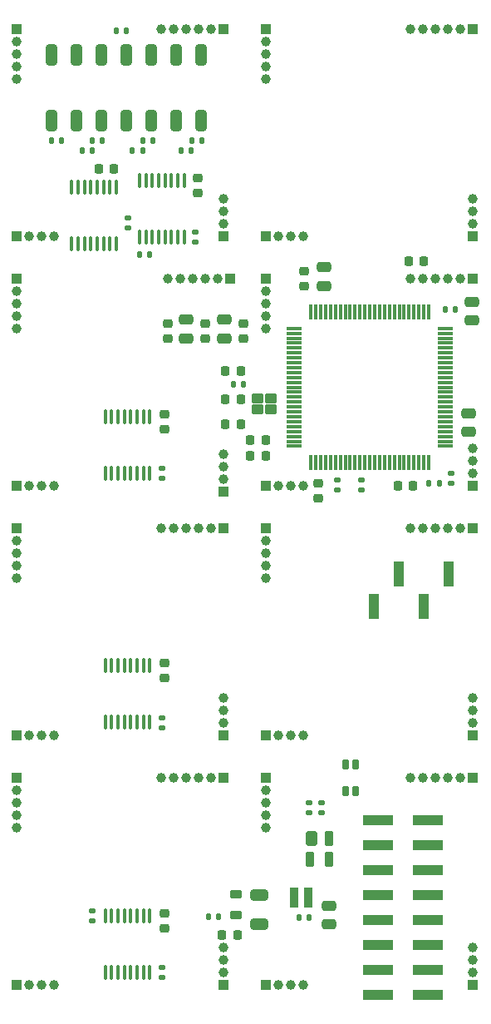
<source format=gbs>
%TF.GenerationSoftware,KiCad,Pcbnew,9.0.5-1.fc42*%
%TF.CreationDate,2025-12-02T14:18:45+01:00*%
%TF.ProjectId,Sub-Board,5375622d-426f-4617-9264-2e6b69636164,2*%
%TF.SameCoordinates,Original*%
%TF.FileFunction,Soldermask,Bot*%
%TF.FilePolarity,Negative*%
%FSLAX46Y46*%
G04 Gerber Fmt 4.6, Leading zero omitted, Abs format (unit mm)*
G04 Created by KiCad (PCBNEW 9.0.5-1.fc42) date 2025-12-02 14:18:45*
%MOMM*%
%LPD*%
G01*
G04 APERTURE LIST*
G04 Aperture macros list*
%AMRoundRect*
0 Rectangle with rounded corners*
0 $1 Rounding radius*
0 $2 $3 $4 $5 $6 $7 $8 $9 X,Y pos of 4 corners*
0 Add a 4 corners polygon primitive as box body*
4,1,4,$2,$3,$4,$5,$6,$7,$8,$9,$2,$3,0*
0 Add four circle primitives for the rounded corners*
1,1,$1+$1,$2,$3*
1,1,$1+$1,$4,$5*
1,1,$1+$1,$6,$7*
1,1,$1+$1,$8,$9*
0 Add four rect primitives between the rounded corners*
20,1,$1+$1,$2,$3,$4,$5,0*
20,1,$1+$1,$4,$5,$6,$7,0*
20,1,$1+$1,$6,$7,$8,$9,0*
20,1,$1+$1,$8,$9,$2,$3,0*%
G04 Aperture macros list end*
%ADD10C,0.010000*%
%ADD11RoundRect,0.102000X0.450000X-0.400000X0.450000X0.400000X-0.450000X0.400000X-0.450000X-0.400000X0*%
%ADD12R,1.000000X1.000000*%
%ADD13C,1.000000*%
%ADD14RoundRect,0.225000X0.225000X0.250000X-0.225000X0.250000X-0.225000X-0.250000X0.225000X-0.250000X0*%
%ADD15RoundRect,0.225000X-0.250000X0.225000X-0.250000X-0.225000X0.250000X-0.225000X0.250000X0.225000X0*%
%ADD16RoundRect,0.250000X0.475000X-0.250000X0.475000X0.250000X-0.475000X0.250000X-0.475000X-0.250000X0*%
%ADD17RoundRect,0.135000X0.135000X0.185000X-0.135000X0.185000X-0.135000X-0.185000X0.135000X-0.185000X0*%
%ADD18RoundRect,0.250000X-0.475000X0.250000X-0.475000X-0.250000X0.475000X-0.250000X0.475000X0.250000X0*%
%ADD19RoundRect,0.250000X-0.650000X0.325000X-0.650000X-0.325000X0.650000X-0.325000X0.650000X0.325000X0*%
%ADD20RoundRect,0.135000X-0.135000X-0.185000X0.135000X-0.185000X0.135000X0.185000X-0.135000X0.185000X0*%
%ADD21R,1.000000X2.510000*%
%ADD22RoundRect,0.100000X0.100000X-0.637500X0.100000X0.637500X-0.100000X0.637500X-0.100000X-0.637500X0*%
%ADD23RoundRect,0.120000X0.180000X-0.430000X0.180000X0.430000X-0.180000X0.430000X-0.180000X-0.430000X0*%
%ADD24RoundRect,0.218750X-0.381250X0.218750X-0.381250X-0.218750X0.381250X-0.218750X0.381250X0.218750X0*%
%ADD25RoundRect,0.075000X-0.725000X-0.075000X0.725000X-0.075000X0.725000X0.075000X-0.725000X0.075000X0*%
%ADD26RoundRect,0.075000X-0.075000X-0.725000X0.075000X-0.725000X0.075000X0.725000X-0.075000X0.725000X0*%
%ADD27RoundRect,0.218750X0.218750X0.256250X-0.218750X0.256250X-0.218750X-0.256250X0.218750X-0.256250X0*%
%ADD28RoundRect,0.135000X-0.185000X0.135000X-0.185000X-0.135000X0.185000X-0.135000X0.185000X0.135000X0*%
%ADD29RoundRect,0.135000X0.185000X-0.135000X0.185000X0.135000X-0.185000X0.135000X-0.185000X-0.135000X0*%
%ADD30RoundRect,0.225000X0.250000X-0.225000X0.250000X0.225000X-0.250000X0.225000X-0.250000X-0.225000X0*%
%ADD31RoundRect,0.250000X-0.310000X0.830000X-0.310000X-0.830000X0.310000X-0.830000X0.310000X0.830000X0*%
%ADD32RoundRect,0.149250X-0.447750X0.572750X-0.447750X-0.572750X0.447750X-0.572750X0.447750X0.572750X0*%
%ADD33RoundRect,0.099250X-0.297750X0.622750X-0.297750X-0.622750X0.297750X-0.622750X0.297750X0.622750X0*%
%ADD34R,3.150000X1.000000*%
G04 APERTURE END LIST*
D10*
%TO.C,U1*%
X132385400Y-133775200D02*
X131625400Y-133775200D01*
X131625400Y-133355200D01*
X132385400Y-133355200D01*
X132385400Y-133775200D01*
G36*
X132385400Y-133775200D02*
G01*
X131625400Y-133775200D01*
X131625400Y-133355200D01*
X132385400Y-133355200D01*
X132385400Y-133775200D01*
G37*
X132385400Y-134275200D02*
X131625400Y-134275200D01*
X131625400Y-133855200D01*
X132385400Y-133855200D01*
X132385400Y-134275200D01*
G36*
X132385400Y-134275200D02*
G01*
X131625400Y-134275200D01*
X131625400Y-133855200D01*
X132385400Y-133855200D01*
X132385400Y-134275200D01*
G37*
X132385400Y-134775200D02*
X131625400Y-134775200D01*
X131625400Y-134355200D01*
X132385400Y-134355200D01*
X132385400Y-134775200D01*
G36*
X132385400Y-134775200D02*
G01*
X131625400Y-134775200D01*
X131625400Y-134355200D01*
X132385400Y-134355200D01*
X132385400Y-134775200D01*
G37*
X132385400Y-135275200D02*
X131625400Y-135275200D01*
X131625400Y-134855200D01*
X132385400Y-134855200D01*
X132385400Y-135275200D01*
G36*
X132385400Y-135275200D02*
G01*
X131625400Y-135275200D01*
X131625400Y-134855200D01*
X132385400Y-134855200D01*
X132385400Y-135275200D01*
G37*
X133855400Y-133775200D02*
X133095400Y-133775200D01*
X133095400Y-133355200D01*
X133855400Y-133355200D01*
X133855400Y-133775200D01*
G36*
X133855400Y-133775200D02*
G01*
X133095400Y-133775200D01*
X133095400Y-133355200D01*
X133855400Y-133355200D01*
X133855400Y-133775200D01*
G37*
X133855400Y-134275200D02*
X133095400Y-134275200D01*
X133095400Y-133855200D01*
X133855400Y-133855200D01*
X133855400Y-134275200D01*
G36*
X133855400Y-134275200D02*
G01*
X133095400Y-134275200D01*
X133095400Y-133855200D01*
X133855400Y-133855200D01*
X133855400Y-134275200D01*
G37*
X133855400Y-134775200D02*
X133095400Y-134775200D01*
X133095400Y-134355200D01*
X133855400Y-134355200D01*
X133855400Y-134775200D01*
G36*
X133855400Y-134775200D02*
G01*
X133095400Y-134775200D01*
X133095400Y-134355200D01*
X133855400Y-134355200D01*
X133855400Y-134775200D01*
G37*
X133855400Y-135275200D02*
X133095400Y-135275200D01*
X133095400Y-134855200D01*
X133855400Y-134855200D01*
X133855400Y-135275200D01*
G36*
X133855400Y-135275200D02*
G01*
X133095400Y-135275200D01*
X133095400Y-134855200D01*
X133855400Y-134855200D01*
X133855400Y-135275200D01*
G37*
%TD*%
D11*
%TO.C,Y1*%
X129692400Y-83566000D03*
X128292400Y-83566000D03*
X128292400Y-84666000D03*
X129692400Y-84666000D03*
%TD*%
D12*
%TO.C,J33*%
X150240000Y-122175000D03*
D13*
X148970000Y-122175000D03*
X147700000Y-122175000D03*
X146430000Y-122175000D03*
X145160000Y-122175000D03*
X143890000Y-122175000D03*
%TD*%
D12*
%TO.C,J31*%
X150240000Y-71375000D03*
D13*
X148970000Y-71375000D03*
X147700000Y-71375000D03*
X146430000Y-71375000D03*
X145160000Y-71375000D03*
X143890000Y-71375000D03*
%TD*%
D12*
%TO.C,J21*%
X103760000Y-122175000D03*
D13*
X103760000Y-123445000D03*
X103760000Y-124715000D03*
X103760000Y-125985000D03*
X103760000Y-127255000D03*
%TD*%
D12*
%TO.C,J4*%
X124840000Y-67055000D03*
D13*
X124840000Y-65785000D03*
X124840000Y-64515000D03*
X124840000Y-63245000D03*
%TD*%
D12*
%TO.C,J12*%
X150240000Y-67055000D03*
D13*
X150240000Y-65785000D03*
X150240000Y-64515000D03*
X150240000Y-63245000D03*
%TD*%
D12*
%TO.C,J25*%
X124840000Y-122175000D03*
D13*
X123570000Y-122175000D03*
X122300000Y-122175000D03*
X121030000Y-122175000D03*
X119760000Y-122175000D03*
X118490000Y-122175000D03*
%TD*%
D12*
%TO.C,J34*%
X129160000Y-143255000D03*
D13*
X130430000Y-143255000D03*
X131700000Y-143255000D03*
X132970000Y-143255000D03*
%TD*%
D12*
%TO.C,J3*%
X103760000Y-45975000D03*
D13*
X103760000Y-47245000D03*
X103760000Y-48515000D03*
X103760000Y-49785000D03*
X103760000Y-51055000D03*
%TD*%
D12*
%TO.C,J10*%
X103760000Y-117855000D03*
D13*
X105030000Y-117855000D03*
X106300000Y-117855000D03*
X107570000Y-117855000D03*
%TD*%
D12*
%TO.C,J29*%
X129160000Y-122175000D03*
D13*
X129160000Y-123445000D03*
X129160000Y-124715000D03*
X129160000Y-125985000D03*
X129160000Y-127255000D03*
%TD*%
D12*
%TO.C,J22*%
X124840000Y-143255000D03*
D13*
X124840000Y-141985000D03*
X124840000Y-140715000D03*
X124840000Y-139445000D03*
%TD*%
D12*
%TO.C,J17*%
X150240000Y-96775000D03*
D13*
X148970000Y-96775000D03*
X147700000Y-96775000D03*
X146430000Y-96775000D03*
X145160000Y-96775000D03*
X143890000Y-96775000D03*
%TD*%
D12*
%TO.C,J18*%
X129160000Y-117855000D03*
D13*
X130430000Y-117855000D03*
X131700000Y-117855000D03*
X132970000Y-117855000D03*
%TD*%
D12*
%TO.C,J30*%
X150240000Y-143255000D03*
D13*
X150240000Y-141985000D03*
X150240000Y-140715000D03*
X150240000Y-139445000D03*
%TD*%
D12*
%TO.C,J28*%
X150240000Y-92455000D03*
D13*
X150240000Y-91185000D03*
X150240000Y-89915000D03*
X150240000Y-88645000D03*
%TD*%
D12*
%TO.C,J19*%
X103760000Y-71375000D03*
D13*
X103760000Y-72645000D03*
X103760000Y-73915000D03*
X103760000Y-75185000D03*
X103760000Y-76455000D03*
%TD*%
D12*
%TO.C,J5*%
X103760000Y-96775000D03*
D13*
X103760000Y-98045000D03*
X103760000Y-99315000D03*
X103760000Y-100585000D03*
X103760000Y-101855000D03*
%TD*%
D12*
%TO.C,J26*%
X103760000Y-143255000D03*
D13*
X105030000Y-143255000D03*
X106300000Y-143255000D03*
X107570000Y-143255000D03*
%TD*%
D12*
%TO.C,J23*%
X125490000Y-71375000D03*
D13*
X124220000Y-71375000D03*
X122950000Y-71375000D03*
X121680000Y-71375000D03*
X120410000Y-71375000D03*
X119140000Y-71375000D03*
%TD*%
D12*
%TO.C,J14*%
X150240000Y-117855000D03*
D13*
X150240000Y-116585000D03*
X150240000Y-115315000D03*
X150240000Y-114045000D03*
%TD*%
D12*
%TO.C,J15*%
X150240000Y-45975000D03*
D13*
X148970000Y-45975000D03*
X147700000Y-45975000D03*
X146430000Y-45975000D03*
X145160000Y-45975000D03*
X143890000Y-45975000D03*
%TD*%
D12*
%TO.C,J32*%
X129160000Y-92455000D03*
D13*
X130430000Y-92455000D03*
X131700000Y-92455000D03*
X132970000Y-92455000D03*
%TD*%
D12*
%TO.C,J9*%
X124840000Y-96775000D03*
D13*
X123570000Y-96775000D03*
X122300000Y-96775000D03*
X121030000Y-96775000D03*
X119760000Y-96775000D03*
X118490000Y-96775000D03*
%TD*%
D12*
%TO.C,J6*%
X124840000Y-117855000D03*
D13*
X124840000Y-116585000D03*
X124840000Y-115315000D03*
X124840000Y-114045000D03*
%TD*%
D12*
%TO.C,J13*%
X129160000Y-96775000D03*
D13*
X129160000Y-98045000D03*
X129160000Y-99315000D03*
X129160000Y-100585000D03*
X129160000Y-101855000D03*
%TD*%
D12*
%TO.C,J11*%
X129160000Y-45975000D03*
D13*
X129160000Y-47245000D03*
X129160000Y-48515000D03*
X129160000Y-49785000D03*
X129160000Y-51055000D03*
%TD*%
D12*
%TO.C,J8*%
X103760000Y-67055000D03*
D13*
X105030000Y-67055000D03*
X106300000Y-67055000D03*
X107570000Y-67055000D03*
%TD*%
D12*
%TO.C,J24*%
X103760000Y-92455000D03*
D13*
X105030000Y-92455000D03*
X106300000Y-92455000D03*
X107570000Y-92455000D03*
%TD*%
D12*
%TO.C,J7*%
X124840000Y-45975000D03*
D13*
X123570000Y-45975000D03*
X122300000Y-45975000D03*
X121030000Y-45975000D03*
X119760000Y-45975000D03*
X118490000Y-45975000D03*
%TD*%
D12*
%TO.C,J27*%
X129160000Y-71375000D03*
D13*
X129160000Y-72645000D03*
X129160000Y-73915000D03*
X129160000Y-75185000D03*
X129160000Y-76455000D03*
%TD*%
D12*
%TO.C,J20*%
X124840000Y-93105000D03*
D13*
X124840000Y-91835000D03*
X124840000Y-90565000D03*
X124840000Y-89295000D03*
%TD*%
D12*
%TO.C,J16*%
X129160000Y-67055000D03*
D13*
X130430000Y-67055000D03*
X131700000Y-67055000D03*
X132970000Y-67055000D03*
%TD*%
D14*
%TO.C,C11*%
X129121400Y-87818600D03*
X127571400Y-87818600D03*
%TD*%
D15*
%TO.C,C6*%
X118872000Y-110477000D03*
X118872000Y-112027000D03*
%TD*%
D16*
%TO.C,C8*%
X124968000Y-77470000D03*
X124968000Y-75570000D03*
%TD*%
D17*
%TO.C,R21*%
X148467000Y-74549000D03*
X147447000Y-74549000D03*
%TD*%
%TO.C,R3*%
X133606000Y-136448800D03*
X132586000Y-136448800D03*
%TD*%
D18*
%TO.C,C23*%
X149860000Y-85095000D03*
X149860000Y-86995000D03*
%TD*%
D19*
%TO.C,C2*%
X128524000Y-134157400D03*
X128524000Y-137107400D03*
%TD*%
D14*
%TO.C,C15*%
X129121400Y-89469600D03*
X127571400Y-89469600D03*
%TD*%
D20*
%TO.C,R13*%
X116269400Y-68908099D03*
X117289400Y-68908099D03*
%TD*%
D21*
%TO.C,J2*%
X147828000Y-101447600D03*
X145288000Y-104757600D03*
X142748000Y-101447600D03*
X140208000Y-104757600D03*
%TD*%
D18*
%TO.C,C1*%
X135585200Y-135194000D03*
X135585200Y-137094000D03*
%TD*%
D22*
%TO.C,U7*%
X117348000Y-141996000D03*
X116698000Y-141996000D03*
X116048000Y-141996000D03*
X115398000Y-141996000D03*
X114748000Y-141996000D03*
X114098000Y-141996000D03*
X113448000Y-141996000D03*
X112798000Y-141996000D03*
X112798000Y-136271000D03*
X113448000Y-136271000D03*
X114098000Y-136271000D03*
X114748000Y-136271000D03*
X115398000Y-136271000D03*
X116048000Y-136271000D03*
X116698000Y-136271000D03*
X117348000Y-136271000D03*
%TD*%
D23*
%TO.C,L1*%
X138295000Y-123524000D03*
X138295000Y-120824000D03*
X137295000Y-120824000D03*
X137295000Y-123524000D03*
%TD*%
D24*
%TO.C,L2*%
X126111000Y-134061900D03*
X126111000Y-136186900D03*
%TD*%
D15*
%TO.C,C22*%
X133096000Y-70631000D03*
X133096000Y-72181000D03*
%TD*%
D25*
%TO.C,U3*%
X132075800Y-88448400D03*
X132075800Y-87948400D03*
X132075800Y-87448399D03*
X132075800Y-86948400D03*
X132075800Y-86448401D03*
X132075800Y-85948400D03*
X132075800Y-85448400D03*
X132075800Y-84948399D03*
X132075800Y-84448400D03*
X132075800Y-83948400D03*
X132075800Y-83448400D03*
X132075800Y-82948400D03*
X132075799Y-82448400D03*
X132075800Y-81948400D03*
X132075800Y-81448400D03*
X132075800Y-80948400D03*
X132075800Y-80448400D03*
X132075800Y-79948401D03*
X132075800Y-79448400D03*
X132075800Y-78948400D03*
X132075800Y-78448399D03*
X132075800Y-77948400D03*
X132075800Y-77448401D03*
X132075800Y-76948400D03*
X132075800Y-76448400D03*
D26*
X133750800Y-74773400D03*
X134250800Y-74773400D03*
X134750801Y-74773400D03*
X135250800Y-74773400D03*
X135750799Y-74773400D03*
X136250800Y-74773400D03*
X136750800Y-74773400D03*
X137250801Y-74773400D03*
X137750800Y-74773400D03*
X138250800Y-74773400D03*
X138750800Y-74773400D03*
X139250800Y-74773400D03*
X139750800Y-74773399D03*
X140250800Y-74773400D03*
X140750800Y-74773400D03*
X141250800Y-74773400D03*
X141750800Y-74773400D03*
X142250799Y-74773400D03*
X142750800Y-74773400D03*
X143250800Y-74773400D03*
X143750801Y-74773400D03*
X144250800Y-74773400D03*
X144750799Y-74773400D03*
X145250800Y-74773400D03*
X145750800Y-74773400D03*
D25*
X147425800Y-76448400D03*
X147425800Y-76948400D03*
X147425800Y-77448401D03*
X147425800Y-77948400D03*
X147425800Y-78448399D03*
X147425800Y-78948400D03*
X147425800Y-79448400D03*
X147425800Y-79948401D03*
X147425800Y-80448400D03*
X147425800Y-80948400D03*
X147425800Y-81448400D03*
X147425800Y-81948400D03*
X147425801Y-82448400D03*
X147425800Y-82948400D03*
X147425800Y-83448400D03*
X147425800Y-83948400D03*
X147425800Y-84448400D03*
X147425800Y-84948399D03*
X147425800Y-85448400D03*
X147425800Y-85948400D03*
X147425800Y-86448401D03*
X147425800Y-86948400D03*
X147425800Y-87448399D03*
X147425800Y-87948400D03*
X147425800Y-88448400D03*
D26*
X145750800Y-90123400D03*
X145250800Y-90123400D03*
X144750799Y-90123400D03*
X144250800Y-90123400D03*
X143750801Y-90123400D03*
X143250800Y-90123400D03*
X142750800Y-90123400D03*
X142250799Y-90123400D03*
X141750800Y-90123400D03*
X141250800Y-90123400D03*
X140750800Y-90123400D03*
X140250800Y-90123400D03*
X139750800Y-90123401D03*
X139250800Y-90123400D03*
X138750800Y-90123400D03*
X138250800Y-90123400D03*
X137750800Y-90123400D03*
X137250801Y-90123400D03*
X136750800Y-90123400D03*
X136250800Y-90123400D03*
X135750799Y-90123400D03*
X135250800Y-90123400D03*
X134750801Y-90123400D03*
X134250800Y-90123400D03*
X133750800Y-90123400D03*
%TD*%
D17*
%TO.C,R8*%
X117629400Y-57302400D03*
X116609400Y-57302400D03*
%TD*%
D27*
%TO.C,FB1*%
X126263500Y-138172400D03*
X124688500Y-138172400D03*
%TD*%
D15*
%TO.C,C3*%
X122240400Y-61150099D03*
X122240400Y-62700099D03*
%TD*%
D28*
%TO.C,R15*%
X115112800Y-65225200D03*
X115112800Y-66245200D03*
%TD*%
D15*
%TO.C,C18*%
X134493000Y-92189000D03*
X134493000Y-93739000D03*
%TD*%
D28*
%TO.C,R16*%
X148031200Y-91236800D03*
X148031200Y-92256800D03*
%TD*%
D29*
%TO.C,R2*%
X133604000Y-125782800D03*
X133604000Y-124762800D03*
%TD*%
D15*
%TO.C,C5*%
X118872000Y-85204000D03*
X118872000Y-86754000D03*
%TD*%
D17*
%TO.C,R10*%
X112498600Y-57302400D03*
X111478600Y-57302400D03*
%TD*%
D18*
%TO.C,C7*%
X135128000Y-70236000D03*
X135128000Y-72136000D03*
%TD*%
D29*
%TO.C,R20*%
X138877800Y-92934400D03*
X138877800Y-91914400D03*
%TD*%
D14*
%TO.C,C12*%
X145250200Y-69596000D03*
X143700200Y-69596000D03*
%TD*%
D29*
%TO.C,R1*%
X134825200Y-125782800D03*
X134825200Y-124762800D03*
%TD*%
D30*
%TO.C,C10*%
X122968000Y-77515000D03*
X122968000Y-75965000D03*
%TD*%
D28*
%TO.C,R14*%
X121961000Y-66672899D03*
X121961000Y-67692899D03*
%TD*%
D30*
%TO.C,C9*%
X126873000Y-77515000D03*
X126873000Y-75965000D03*
%TD*%
D14*
%TO.C,C4*%
X113663600Y-60233400D03*
X112113600Y-60233400D03*
%TD*%
D22*
%TO.C,U2*%
X120832400Y-67157600D03*
X120182400Y-67157600D03*
X119532400Y-67157600D03*
X118882400Y-67157600D03*
X118232400Y-67157600D03*
X117582400Y-67157600D03*
X116932400Y-67157600D03*
X116282400Y-67157600D03*
X116282400Y-61432600D03*
X116932400Y-61432600D03*
X117582400Y-61432600D03*
X118232400Y-61432600D03*
X118882400Y-61432600D03*
X119532400Y-61432600D03*
X120182400Y-61432600D03*
X120832400Y-61432600D03*
%TD*%
D20*
%TO.C,R23*%
X125851400Y-82169000D03*
X126871400Y-82169000D03*
%TD*%
D14*
%TO.C,C21*%
X126586400Y-86187600D03*
X125036400Y-86187600D03*
%TD*%
D20*
%TO.C,R7*%
X120548400Y-58394600D03*
X121568400Y-58394600D03*
%TD*%
D28*
%TO.C,R18*%
X118618000Y-90676000D03*
X118618000Y-91696000D03*
%TD*%
D30*
%TO.C,C16*%
X119158000Y-77515000D03*
X119158000Y-75965000D03*
%TD*%
D14*
%TO.C,C19*%
X144171000Y-92456000D03*
X142621000Y-92456000D03*
%TD*%
D22*
%TO.C,U4*%
X113919000Y-67828000D03*
X113269000Y-67828000D03*
X112619000Y-67828000D03*
X111969000Y-67828000D03*
X111319000Y-67828000D03*
X110669000Y-67828000D03*
X110019000Y-67828000D03*
X109369000Y-67828000D03*
X109369000Y-62103000D03*
X110019000Y-62103000D03*
X110669000Y-62103000D03*
X111319000Y-62103000D03*
X111969000Y-62103000D03*
X112619000Y-62103000D03*
X113269000Y-62103000D03*
X113919000Y-62103000D03*
%TD*%
D14*
%TO.C,C14*%
X126586400Y-80797400D03*
X125036400Y-80797400D03*
%TD*%
D20*
%TO.C,R17*%
X145796000Y-92202000D03*
X146816000Y-92202000D03*
%TD*%
D22*
%TO.C,U6*%
X117337000Y-116527500D03*
X116687000Y-116527500D03*
X116037000Y-116527500D03*
X115387000Y-116527500D03*
X114737000Y-116527500D03*
X114087000Y-116527500D03*
X113437000Y-116527500D03*
X112787000Y-116527500D03*
X112787000Y-110802500D03*
X113437000Y-110802500D03*
X114087000Y-110802500D03*
X114737000Y-110802500D03*
X115387000Y-110802500D03*
X116037000Y-110802500D03*
X116687000Y-110802500D03*
X117337000Y-110802500D03*
%TD*%
D16*
%TO.C,C13*%
X121063000Y-77470000D03*
X121063000Y-75570000D03*
%TD*%
D15*
%TO.C,C17*%
X118872000Y-136004000D03*
X118872000Y-137554000D03*
%TD*%
D22*
%TO.C,U5*%
X117337000Y-91194001D03*
X116687000Y-91194001D03*
X116037000Y-91194001D03*
X115387000Y-91194001D03*
X114737000Y-91194001D03*
X114087000Y-91194001D03*
X113437000Y-91194001D03*
X112787000Y-91194001D03*
X112787000Y-85469001D03*
X113437000Y-85469001D03*
X114087000Y-85469001D03*
X114737000Y-85469001D03*
X115387000Y-85469001D03*
X116037000Y-85469001D03*
X116687000Y-85469001D03*
X117337000Y-85469001D03*
%TD*%
D31*
%TO.C,SW1*%
X107315000Y-48578000D03*
X109855000Y-48578000D03*
X112395000Y-48578000D03*
X114935000Y-48578000D03*
X117475000Y-48578000D03*
X120015000Y-48578000D03*
X122555000Y-48578000D03*
X122555000Y-55308000D03*
X120015000Y-55308000D03*
X117475000Y-55308000D03*
X114935000Y-55308000D03*
X112395000Y-55308000D03*
X109855000Y-55308000D03*
X107315000Y-55308000D03*
%TD*%
D17*
%TO.C,R4*%
X124360400Y-136369000D03*
X123340400Y-136369000D03*
%TD*%
D28*
%TO.C,R22*%
X118618000Y-141478000D03*
X118618000Y-142497998D03*
%TD*%
%TO.C,R25*%
X111506000Y-135763000D03*
X111506000Y-136783000D03*
%TD*%
D18*
%TO.C,C20*%
X150182085Y-73728000D03*
X150182085Y-75628000D03*
%TD*%
D17*
%TO.C,R6*%
X122607800Y-57302400D03*
X121587800Y-57302400D03*
%TD*%
D32*
%TO.C,D1*%
X133860000Y-128354400D03*
D33*
X135580000Y-128354400D03*
X135580000Y-130464400D03*
X133660000Y-130464400D03*
%TD*%
D20*
%TO.C,R12*%
X107313000Y-57302400D03*
X108333000Y-57302400D03*
%TD*%
%TO.C,R5*%
X113891600Y-46177200D03*
X114911600Y-46177200D03*
%TD*%
D29*
%TO.C,R24*%
X136464800Y-92934400D03*
X136464800Y-91914400D03*
%TD*%
D34*
%TO.C,J1*%
X140604000Y-144272000D03*
X145654000Y-144272000D03*
X140604000Y-141732000D03*
X145654000Y-141732000D03*
X140604000Y-139192000D03*
X145654000Y-139192000D03*
X140604000Y-136652000D03*
X145654000Y-136652000D03*
X140604000Y-134112000D03*
X145654000Y-134112000D03*
X140604000Y-131572000D03*
X145654000Y-131572000D03*
X140604000Y-129032000D03*
X145654000Y-129032000D03*
X140604000Y-126492000D03*
X145654000Y-126492000D03*
%TD*%
D28*
%TO.C,R19*%
X118618000Y-116076000D03*
X118618000Y-117096000D03*
%TD*%
D14*
%TO.C,C24*%
X126586400Y-83647600D03*
X125036400Y-83647600D03*
%TD*%
D20*
%TO.C,R9*%
X115570000Y-58394600D03*
X116590000Y-58394600D03*
%TD*%
%TO.C,R11*%
X110439200Y-58394600D03*
X111459200Y-58394600D03*
%TD*%
M02*

</source>
